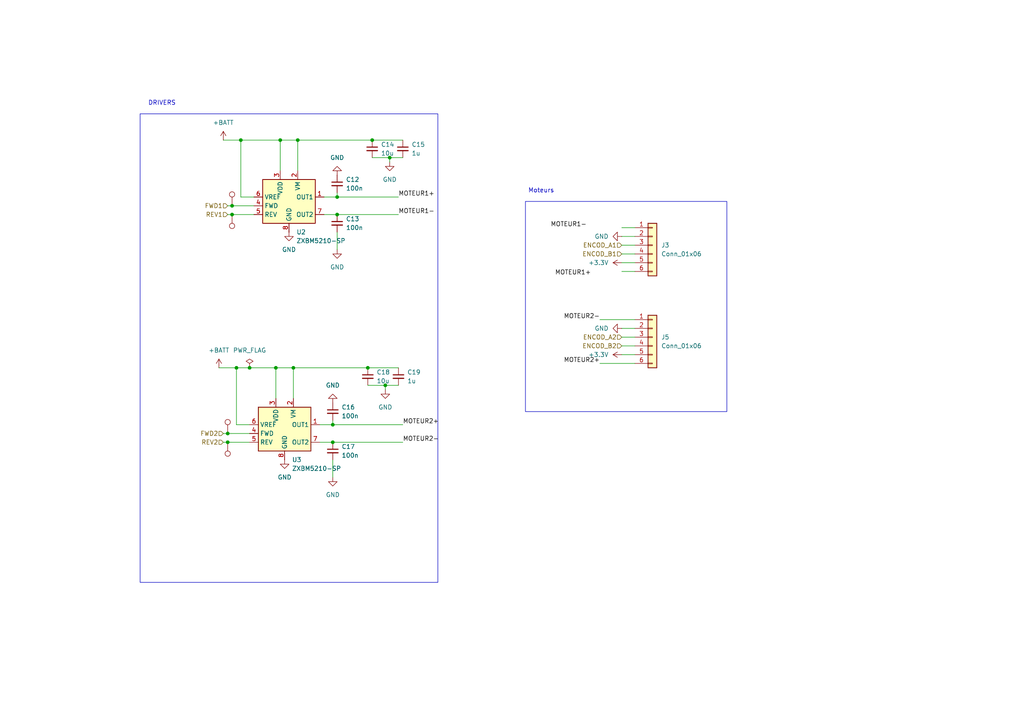
<source format=kicad_sch>
(kicad_sch (version 20250114) (generator "eeschema") (generator_version "9.0")
  (paper "A4")
  (lib_symbols
    (symbol "Connector:TestPoint" (pin_numbers (hide yes)) (pin_names (offset 0.762) (hide yes))
      (property "Reference" "TP" (at 0 6.858 0))
      (property "Value" "TestPoint" (at 0 5.08 0))
      (symbol "TestPoint_0_1"
        (circle (center 0 3.302) (radius 0.762))
      )
      (symbol "TestPoint_1_1"
        (pin passive line (at 0 0 90) (length 2.54) (name "1") (number "1"))
      )
    )
    (symbol "Connector_Generic:Conn_01x06" (pin_names (offset 1.016) (hide yes))
      (property "Reference" "J" (at 0 7.62 0))
      (property "Value" "Conn_01x06" (at 0 -10.16 0))
      (symbol "Conn_01x06_1_1"
        (rectangle (start -1.27 6.35) (end 1.27 -8.89) (stroke (width 0.254)) (fill (type background)))
        (rectangle (start -1.27 5.207) (end 0 4.953) (stroke (width 0.1524)))
        (rectangle (start -1.27 2.667) (end 0 2.413) (stroke (width 0.1524)))
        (rectangle (start -1.27 0.127) (end 0 -0.127) (stroke (width 0.1524)))
        (rectangle (start -1.27 -2.413) (end 0 -2.667) (stroke (width 0.1524)))
        (rectangle (start -1.27 -4.953) (end 0 -5.207) (stroke (width 0.1524)))
        (rectangle (start -1.27 -7.493) (end 0 -7.747) (stroke (width 0.1524)))
        (pin passive line (at -5.08 5.08 0) (length 3.81) (name "Pin_1") (number "1"))
        (pin passive line (at -5.08 2.54 0) (length 3.81) (name "Pin_2") (number "2"))
        (pin passive line (at -5.08 0 0) (length 3.81) (name "Pin_3") (number "3"))
        (pin passive line (at -5.08 -2.54 0) (length 3.81) (name "Pin_4") (number "4"))
        (pin passive line (at -5.08 -5.08 0) (length 3.81) (name "Pin_5") (number "5"))
        (pin passive line (at -5.08 -7.62 0) (length 3.81) (name "Pin_6") (number "6"))
      )
    )
    (symbol "Device:C_Small" (pin_numbers (hide yes)) (pin_names (offset 0.254) (hide yes))
      (property "Reference" "C" (at 0.254 1.778 0))
      (property "Value" "C_Small" (at 0.254 -2.032 0))
      (symbol "C_Small_0_1"
        (polyline (pts (xy -1.524 0.508) (xy 1.524 0.508)) (stroke (width 0.3048)))
        (polyline (pts (xy -1.524 -0.508) (xy 1.524 -0.508)) (stroke (width 0.3302)))
      )
      (symbol "C_Small_1_1"
        (pin passive line (at 0 2.54 270) (length 2.032) (name "~") (number "1"))
        (pin passive line (at 0 -2.54 90) (length 2.032) (name "~") (number "2"))
      )
    )
    (symbol "Driver_Motor:ZXBM5210-SP"
      (property "Reference" "U" (at -7.62 8.89 0))
      (property "Value" "ZXBM5210-SP" (at 10.16 8.89 0))
      (symbol "ZXBM5210-SP_0_0"
        (pin input line (at -10.16 2.54 0) (length 2.54) (name "VREF") (number "6"))
        (pin input line (at -10.16 0 0) (length 2.54) (name "FWD") (number "4"))
        (pin input line (at -10.16 -2.54 0) (length 2.54) (name "REV") (number "5"))
        (pin power_in line (at -2.54 10.16 270) (length 2.54) (name "VDD") (number "3"))
        (pin power_in line (at 0 -7.62 90) (length 2.54) (name "GND") (number "8"))
        (pin passive line (at 0 -7.62 90) (length 2.54) (hide yes) (name "GND") (number "9"))
        (pin power_in line (at 2.54 10.16 270) (length 2.54) (name "VM") (number "2"))
        (pin output line (at 10.16 2.54 180) (length 2.54) (name "OUT1") (number "1"))
        (pin output line (at 10.16 -2.54 180) (length 2.54) (name "OUT2") (number "7"))
      )
      (symbol "ZXBM5210-SP_0_1"
        (rectangle (start -7.62 7.62) (end 7.62 -5.08) (stroke (width 0.254)) (fill (type background)))
      )
    )
    (symbol "power:+3.3V" (power) (pin_numbers (hide yes)) (pin_names (offset 0) (hide yes))
      (property "Value" "+3.3V" (at 0 3.556 0))
      (symbol "+3.3V_0_1"
        (polyline (pts (xy -0.762 1.27) (xy 0 2.54)))
        (polyline (pts (xy 0 2.54) (xy 0.762 1.27)))
        (polyline (pts (xy 0 0) (xy 0 2.54)))
      )
      (symbol "+3.3V_1_1"
        (pin power_in line (at 0 0 90) (length 0) (name "~") (number "1"))
      )
    )
    (symbol "power:+BATT" (power) (pin_numbers (hide yes)) (pin_names (offset 0) (hide yes))
      (property "Value" "+BATT" (at 0 3.556 0))
      (symbol "+BATT_0_1"
        (polyline (pts (xy -0.762 1.27) (xy 0 2.54)))
        (polyline (pts (xy 0 2.54) (xy 0.762 1.27)))
        (polyline (pts (xy 0 0) (xy 0 2.54)))
      )
      (symbol "+BATT_1_1"
        (pin power_in line (at 0 0 90) (length 0) (name "~") (number "1"))
      )
    )
    (symbol "power:GND" (power) (pin_numbers (hide yes)) (pin_names (offset 0) (hide yes))
      (property "Value" "GND" (at 0 -3.81 0))
      (symbol "GND_0_1"
        (polyline (pts (xy 0 0) (xy 0 -1.27) (xy 1.27 -1.27) (xy 0 -2.54) (xy -1.27 -1.27) (xy 0 -1.27)))
      )
      (symbol "GND_1_1"
        (pin power_in line (at 0 0 270) (length 0) (name "~") (number "1"))
      )
    )
    (symbol "power:PWR_FLAG" (power) (pin_numbers (hide yes)) (pin_names (offset 0) (hide yes))
      (property "Value" "PWR_FLAG" (at 0 3.81 0))
      (symbol "PWR_FLAG_0_0"
        (pin power_out line (at 0 0 90) (length 0) (name "~") (number "1"))
      )
      (symbol "PWR_FLAG_0_1"
        (polyline (pts (xy 0 0) (xy 0 1.27) (xy -1.016 1.905) (xy 0 2.54) (xy 1.016 1.905) (xy 0 1.27)))
      )
    )
  )
  (rectangle (start 152.4 58.42) (end 210.82 119.38))
  (rectangle (start 40.64 33.02) (end 127 168.91))
  (text "DRIVERS" (at 46.99 29.972 0) (effects (font (size 1.27 1.27))))
  (text "Moteurs" (at 156.972 55.372 0) (effects (font (size 1.27 1.27))))
  (junction (at 111.76 111.76))
  (junction (at 66.04 128.27))
  (junction (at 68.58 106.68))
  (junction (at 72.39 106.68))
  (junction (at 80.01 106.68))
  (junction (at 96.52 123.19))
  (junction (at 67.31 62.23))
  (junction (at 97.79 62.23))
  (junction (at 97.79 57.15))
  (junction (at 113.03 45.72))
  (junction (at 69.85 40.64))
  (junction (at 66.04 125.73))
  (junction (at 81.28 40.64))
  (junction (at 96.52 128.27))
  (junction (at 85.09 106.68))
  (junction (at 107.95 40.64))
  (junction (at 86.36 40.64))
  (junction (at 106.68 106.68))
  (junction (at 67.31 59.69))
  (wire (pts (xy 173.99 105.41) (xy 184.15 105.41)))
  (wire (pts (xy 96.52 123.19) (xy 116.84 123.19)))
  (wire (pts (xy 72.39 123.19) (xy 68.58 123.19)))
  (wire (pts (xy 111.76 111.76) (xy 115.57 111.76)))
  (wire (pts (xy 97.79 57.15) (xy 115.57 57.15)))
  (wire (pts (xy 66.04 128.27) (xy 72.39 128.27)))
  (wire (pts (xy 64.77 125.73) (xy 66.04 125.73)))
  (wire (pts (xy 66.04 125.73) (xy 72.39 125.73)))
  (wire (pts (xy 67.31 59.69) (xy 73.66 59.69)))
  (wire (pts (xy 67.31 62.23) (xy 73.66 62.23)))
  (wire (pts (xy 180.34 78.74) (xy 184.15 78.74)))
  (wire (pts (xy 180.34 102.87) (xy 184.15 102.87)))
  (wire (pts (xy 96.52 133.35) (xy 96.52 138.43)))
  (wire (pts (xy 97.79 62.23) (xy 115.57 62.23)))
  (wire (pts (xy 80.01 106.68) (xy 80.01 115.57)))
  (wire (pts (xy 85.09 106.68) (xy 106.68 106.68)))
  (wire (pts (xy 180.34 68.58) (xy 184.15 68.58)))
  (wire (pts (xy 173.99 92.71) (xy 184.15 92.71)))
  (wire (pts (xy 68.58 106.68) (xy 72.39 106.68)))
  (wire (pts (xy 81.28 40.64) (xy 81.28 49.53)))
  (wire (pts (xy 64.77 128.27) (xy 66.04 128.27)))
  (wire (pts (xy 66.04 59.69) (xy 67.31 59.69)))
  (wire (pts (xy 180.34 76.2) (xy 184.15 76.2)))
  (wire (pts (xy 85.09 106.68) (xy 85.09 115.57)))
  (wire (pts (xy 72.39 106.68) (xy 80.01 106.68)))
  (wire (pts (xy 180.34 66.04) (xy 184.15 66.04)))
  (wire (pts (xy 86.36 40.64) (xy 107.95 40.64)))
  (wire (pts (xy 113.03 45.72) (xy 113.03 46.99)))
  (wire (pts (xy 92.71 123.19) (xy 96.52 123.19)))
  (wire (pts (xy 92.71 128.27) (xy 96.52 128.27)))
  (wire (pts (xy 180.34 100.33) (xy 184.15 100.33)))
  (wire (pts (xy 180.34 73.66) (xy 184.15 73.66)))
  (wire (pts (xy 96.52 121.92) (xy 96.52 123.19)))
  (wire (pts (xy 107.95 40.64) (xy 116.84 40.64)))
  (wire (pts (xy 73.66 57.15) (xy 69.85 57.15)))
  (wire (pts (xy 180.34 71.12) (xy 184.15 71.12)))
  (wire (pts (xy 63.5 106.68) (xy 68.58 106.68)))
  (wire (pts (xy 107.95 45.72) (xy 113.03 45.72)))
  (wire (pts (xy 68.58 106.68) (xy 68.58 123.19)))
  (wire (pts (xy 69.85 40.64) (xy 81.28 40.64)))
  (wire (pts (xy 66.04 62.23) (xy 67.31 62.23)))
  (wire (pts (xy 93.98 62.23) (xy 97.79 62.23)))
  (wire (pts (xy 113.03 45.72) (xy 116.84 45.72)))
  (wire (pts (xy 180.34 97.79) (xy 184.15 97.79)))
  (wire (pts (xy 111.76 111.76) (xy 111.76 113.03)))
  (wire (pts (xy 81.28 40.64) (xy 86.36 40.64)))
  (wire (pts (xy 97.79 67.31) (xy 97.79 72.39)))
  (wire (pts (xy 106.68 111.76) (xy 111.76 111.76)))
  (wire (pts (xy 69.85 40.64) (xy 69.85 57.15)))
  (wire (pts (xy 97.79 55.88) (xy 97.79 57.15)))
  (wire (pts (xy 86.36 40.64) (xy 86.36 49.53)))
  (wire (pts (xy 93.98 57.15) (xy 97.79 57.15)))
  (wire (pts (xy 106.68 106.68) (xy 115.57 106.68)))
  (wire (pts (xy 64.77 40.64) (xy 69.85 40.64)))
  (wire (pts (xy 180.34 95.25) (xy 184.15 95.25)))
  (wire (pts (xy 80.01 106.68) (xy 85.09 106.68)))
  (wire (pts (xy 96.52 128.27) (xy 116.84 128.27)))
  (label "MOTEUR2+" (at 116.84 123.19 0))
  (label "MOTEUR2-" (at 116.84 128.27 0))
  (label "MOTEUR1+" (at 115.57 57.15 0))
  (label "MOTEUR1-" (at 170.18 66.04 180))
  (label "MOTEUR1-" (at 115.57 62.23 0))
  (label "MOTEUR2-" (at 173.99 92.71 180))
  (label "MOTEUR1+" (at 171.45 80.01 180))
  (label "MOTEUR2+" (at 173.99 105.41 180))
  (hierarchical_label "FWD1" (shape input) (at 66.04 59.69 180))
  (hierarchical_label "ENCOD_B1" (shape input) (at 180.34 73.66 180))
  (hierarchical_label "ENCOD_B2" (shape input) (at 180.34 100.33 180))
  (hierarchical_label "FWD2" (shape input) (at 64.77 125.73 180))
  (hierarchical_label "ENCOD_A1" (shape input) (at 180.34 71.12 180))
  (hierarchical_label "REV1" (shape input) (at 66.04 62.23 180))
  (hierarchical_label "REV2" (shape input) (at 64.77 128.27 180))
  (hierarchical_label "ENCOD_A2" (shape input) (at 180.34 97.79 180))
  (symbol (lib_id "power:PWR_FLAG") (at 72.39 106.68 0) (unit 1)
    (property "Reference" "#FLG03" (effects (hide yes)))
    (property "Value" "PWR_FLAG" (at 72.39 101.6 0))
    (property "Description" "Special symbol for telling ERC where power comes from" (effects (hide yes)))
  )
  (symbol (lib_id "power:GND") (at 113.03 46.99 0) (unit 1)
    (property "Reference" "#PWR021" (effects (hide yes)))
    (property "Value" "GND" (at 113.03 52.07 0))
    (property "Description" "Power symbol creates a global label with name \"GND\" , ground" (effects (hide yes)))
  )
  (symbol (lib_id "power:GND") (at 180.34 68.58 270) (unit 1)
    (property "Reference" "#PWR039" (effects (hide yes)))
    (property "Value" "GND" (at 176.53 68.5799 90) (effects (justify right)))
    (property "Description" "Power symbol creates a global label with name \"GND\" , ground" (effects (hide yes)))
  )
  (symbol (lib_id "power:+3.3V") (at 180.34 102.87 90) (unit 1)
    (property "Reference" "#PWR045" (effects (hide yes)))
    (property "Value" "+3.3V" (at 176.53 102.8699 90) (effects (justify left)))
    (property "Description" "Power symbol creates a global label with name \"+3.3V\"" (effects (hide yes)))
  )
  (symbol (lib_id "Device:C_Small") (at 96.52 119.38 0) (unit 1)
    (property "Reference" "C16" (at 99.06 118.1162 0) (effects (justify left)))
    (property "Value" "100n" (at 99.06 120.6562 0) (effects (justify left)))
    (property "Footprint" "Capacitor_SMD:C_0402_1005Metric" (effects (hide yes)))
    (property "Description" "Unpolarized capacitor, small symbol" (effects (hide yes)))
  )
  (symbol (lib_id "Connector:TestPoint") (at 66.04 125.73 0) (unit 1)
    (property "Reference" "TP3" (effects (hide yes)))
    (property "Value" "TestPoint" (effects (hide yes)))
    (property "Footprint" "TestPoint:TestPoint_Pad_D1.0mm" (effects (hide yes)))
    (property "Description" "test point" (effects (hide yes)))
  )
  (symbol (lib_id "power:GND") (at 111.76 113.03 0) (unit 1)
    (property "Reference" "#PWR025" (effects (hide yes)))
    (property "Value" "GND" (at 111.76 118.11 0))
    (property "Description" "Power symbol creates a global label with name \"GND\" , ground" (effects (hide yes)))
  )
  (symbol (lib_id "power:+3.3V") (at 180.34 76.2 90) (unit 1)
    (property "Reference" "#PWR043" (effects (hide yes)))
    (property "Value" "+3.3V" (at 176.53 76.1999 90) (effects (justify left)))
    (property "Description" "Power symbol creates a global label with name \"+3.3V\"" (effects (hide yes)))
  )
  (symbol (lib_id "power:GND") (at 97.79 50.8 180) (unit 1)
    (property "Reference" "#PWR020" (effects (hide yes)))
    (property "Value" "GND" (at 97.79 45.72 0))
    (property "Description" "Power symbol creates a global label with name \"GND\" , ground" (effects (hide yes)))
  )
  (symbol (lib_id "Connector_Generic:Conn_01x06") (at 189.23 97.79 0) (unit 1)
    (property "Reference" "J5" (at 191.77 97.7899 0) (effects (justify left)))
    (property "Value" "Conn_01x06" (at 191.77 100.3299 0) (effects (justify left)))
    (property "Footprint" "Connector_JST:JST_XH_S6B-XH-A_1x06_P2.50mm_Horizontal" (effects (hide yes)))
    (property "Description" "Generic connector, single row, 01x06, script generated (kicad-library-utils/schlib/autogen/connector/)" (effects (hide yes)))
  )
  (symbol (lib_id "power:GND") (at 96.52 138.43 0) (unit 1)
    (property "Reference" "#PWR024" (effects (hide yes)))
    (property "Value" "GND" (at 96.52 143.51 0))
    (property "Description" "Power symbol creates a global label with name \"GND\" , ground" (effects (hide yes)))
  )
  (symbol (lib_id "Connector:TestPoint") (at 67.31 62.23 180) (unit 1)
    (property "Reference" "TP2" (effects (hide yes)))
    (property "Value" "TestPoint" (effects (hide yes)))
    (property "Footprint" "TestPoint:TestPoint_Pad_D1.0mm" (effects (hide yes)))
    (property "Description" "test point" (effects (hide yes)))
  )
  (symbol (lib_id "power:GND") (at 83.82 67.31 0) (unit 1)
    (property "Reference" "#PWR016" (effects (hide yes)))
    (property "Value" "GND" (at 83.82 72.39 0))
    (property "Description" "Power symbol creates a global label with name \"GND\" , ground" (effects (hide yes)))
  )
  (symbol (lib_id "Device:C_Small") (at 116.84 43.18 0) (unit 1)
    (property "Reference" "C15" (at 119.38 41.9162 0) (effects (justify left)))
    (property "Value" "1u" (at 119.38 44.4562 0) (effects (justify left)))
    (property "Footprint" "Capacitor_SMD:C_0402_1005Metric" (effects (hide yes)))
    (property "Description" "Unpolarized capacitor, small symbol" (effects (hide yes)))
  )
  (symbol (lib_id "Device:C_Small") (at 97.79 64.77 0) (unit 1)
    (property "Reference" "C13" (at 100.33 63.5062 0) (effects (justify left)))
    (property "Value" "100n" (at 100.33 66.0462 0) (effects (justify left)))
    (property "Footprint" "Capacitor_SMD:C_0402_1005Metric" (effects (hide yes)))
    (property "Description" "Unpolarized capacitor, small symbol" (effects (hide yes)))
  )
  (symbol (lib_id "Connector:TestPoint") (at 67.31 59.69 0) (unit 1)
    (property "Reference" "TP1" (effects (hide yes)))
    (property "Value" "TestPoint" (effects (hide yes)))
    (property "Footprint" "TestPoint:TestPoint_Pad_D1.0mm" (effects (hide yes)))
    (property "Description" "test point" (effects (hide yes)))
  )
  (symbol (lib_id "Device:C_Small") (at 106.68 109.22 0) (unit 1)
    (property "Reference" "C18" (at 109.22 107.9562 0) (effects (justify left)))
    (property "Value" "10u" (at 109.22 110.4962 0) (effects (justify left)))
    (property "Footprint" "Capacitor_SMD:C_0402_1005Metric" (effects (hide yes)))
    (property "Description" "Unpolarized capacitor, small symbol" (effects (hide yes)))
  )
  (symbol (lib_id "Driver_Motor:ZXBM5210-SP") (at 83.82 59.69 0) (unit 1)
    (property "Reference" "U2" (at 85.9633 67.31 0) (effects (justify left)))
    (property "Value" "ZXBM5210-SP" (at 85.9633 69.85 0) (effects (justify left)))
    (property "Footprint" "Package_SO:Diodes_SO-8EP" (effects (hide yes)))
    (property "Datasheet" "https://www.diodes.com/assets/Datasheets/ZXBM5210.pdf" (effects (hide yes)))
    (property "Description" "Reversible DC motor drive with speed control, 3-18V, 0.85A, SOIC-8EP" (effects (hide yes)))
  )
  (symbol (lib_id "Driver_Motor:ZXBM5210-SP") (at 82.55 125.73 0) (unit 1)
    (property "Reference" "U3" (at 84.6933 133.35 0) (effects (justify left)))
    (property "Value" "ZXBM5210-SP" (at 84.6933 135.89 0) (effects (justify left)))
    (property "Footprint" "Package_SO:Diodes_SO-8EP" (effects (hide yes)))
    (property "Datasheet" "https://www.diodes.com/assets/Datasheets/ZXBM5210.pdf" (effects (hide yes)))
    (property "Description" "Reversible DC motor drive with speed control, 3-18V, 0.85A, SOIC-8EP" (effects (hide yes)))
  )
  (symbol (lib_id "Device:C_Small") (at 97.79 53.34 0) (unit 1)
    (property "Reference" "C12" (at 100.33 52.0762 0) (effects (justify left)))
    (property "Value" "100n" (at 100.33 54.6162 0) (effects (justify left)))
    (property "Footprint" "Capacitor_SMD:C_0402_1005Metric" (effects (hide yes)))
    (property "Description" "Unpolarized capacitor, small symbol" (effects (hide yes)))
  )
  (symbol (lib_id "Connector:TestPoint") (at 66.04 128.27 180) (unit 1)
    (property "Reference" "TP4" (effects (hide yes)))
    (property "Value" "TestPoint" (effects (hide yes)))
    (property "Footprint" "TestPoint:TestPoint_Pad_D1.0mm" (effects (hide yes)))
    (property "Description" "test point" (effects (hide yes)))
  )
  (symbol (lib_id "Device:C_Small") (at 107.95 43.18 0) (unit 1)
    (property "Reference" "C14" (at 110.49 41.9162 0) (effects (justify left)))
    (property "Value" "10u" (at 110.49 44.4562 0) (effects (justify left)))
    (property "Footprint" "Capacitor_SMD:C_0402_1005Metric" (effects (hide yes)))
    (property "Description" "Unpolarized capacitor, small symbol" (effects (hide yes)))
  )
  (symbol (lib_id "power:GND") (at 180.34 95.25 270) (unit 1)
    (property "Reference" "#PWR044" (effects (hide yes)))
    (property "Value" "GND" (at 176.53 95.2499 90) (effects (justify right)))
    (property "Description" "Power symbol creates a global label with name \"GND\" , ground" (effects (hide yes)))
  )
  (symbol (lib_id "power:GND") (at 82.55 133.35 0) (unit 1)
    (property "Reference" "#PWR022" (effects (hide yes)))
    (property "Value" "GND" (at 82.55 138.43 0))
    (property "Description" "Power symbol creates a global label with name \"GND\" , ground" (effects (hide yes)))
  )
  (symbol (lib_id "power:+BATT") (at 64.77 40.64 0) (unit 1)
    (property "Reference" "#PWR018" (effects (hide yes)))
    (property "Value" "+BATT" (at 64.77 35.56 0))
    (property "Description" "Power symbol creates a global label with name \"+BATT\"" (effects (hide yes)))
  )
  (symbol (lib_id "power:+BATT") (at 63.5 106.68 0) (unit 1)
    (property "Reference" "#PWR017" (effects (hide yes)))
    (property "Value" "+BATT" (at 63.5 101.6 0))
    (property "Description" "Power symbol creates a global label with name \"+BATT\"" (effects (hide yes)))
  )
  (symbol (lib_id "power:GND") (at 97.79 72.39 0) (unit 1)
    (property "Reference" "#PWR019" (effects (hide yes)))
    (property "Value" "GND" (at 97.79 77.47 0))
    (property "Description" "Power symbol creates a global label with name \"GND\" , ground" (effects (hide yes)))
  )
  (symbol (lib_id "Connector_Generic:Conn_01x06") (at 189.23 71.12 0) (unit 1)
    (property "Reference" "J3" (at 191.77 71.1199 0) (effects (justify left)))
    (property "Value" "Conn_01x06" (at 191.77 73.6599 0) (effects (justify left)))
    (property "Footprint" "Connector_JST:JST_XH_S6B-XH-A_1x06_P2.50mm_Horizontal" (effects (hide yes)))
    (property "Description" "Generic connector, single row, 01x06, script generated (kicad-library-utils/schlib/autogen/connector/)" (effects (hide yes)))
  )
  (symbol (lib_id "power:GND") (at 96.52 116.84 180) (unit 1)
    (property "Reference" "#PWR023" (effects (hide yes)))
    (property "Value" "GND" (at 96.52 111.76 0))
    (property "Description" "Power symbol creates a global label with name \"GND\" , ground" (effects (hide yes)))
  )
  (symbol (lib_id "Device:C_Small") (at 96.52 130.81 0) (unit 1)
    (property "Reference" "C17" (at 99.06 129.5462 0) (effects (justify left)))
    (property "Value" "100n" (at 99.06 132.0862 0) (effects (justify left)))
    (property "Footprint" "Capacitor_SMD:C_0402_1005Metric" (effects (hide yes)))
    (property "Description" "Unpolarized capacitor, small symbol" (effects (hide yes)))
  )
  (symbol (lib_id "Device:C_Small") (at 115.57 109.22 0) (unit 1)
    (property "Reference" "C19" (at 118.11 107.9562 0) (effects (justify left)))
    (property "Value" "1u" (at 118.11 110.4962 0) (effects (justify left)))
    (property "Footprint" "Capacitor_SMD:C_0402_1005Metric" (effects (hide yes)))
    (property "Description" "Unpolarized capacitor, small symbol" (effects (hide yes)))
  )
)
</source>
